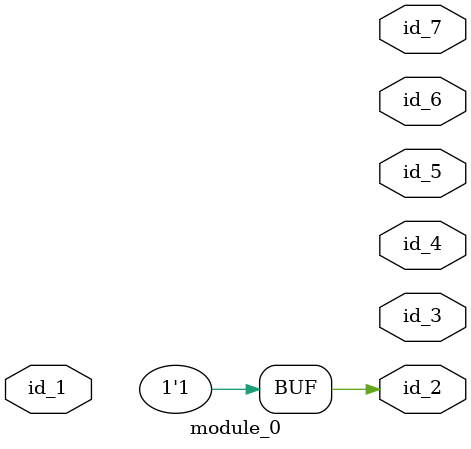
<source format=v>
`timescale 1 ps / 1 ps
module module_0 (
    id_1,
    id_2,
    id_3,
    id_4,
    id_5,
    id_6,
    id_7
);
  output id_7;
  output id_6;
  output id_5;
  output id_4;
  output id_3;
  output id_2;
  inout id_1;
  assign id_2 = 1;
endmodule

</source>
